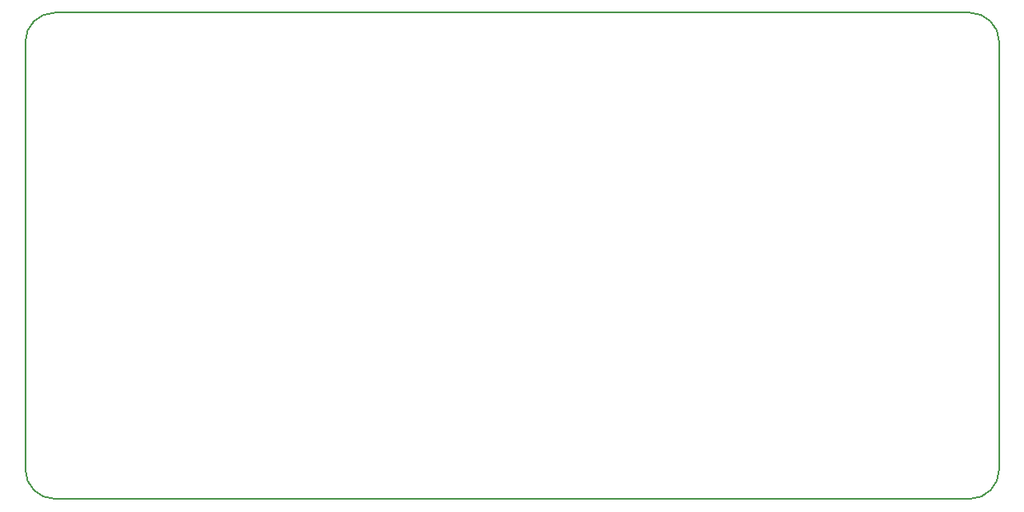
<source format=gm1>
%FSTAX43Y43*%
%MOMM*%
G71*
G01*
G75*
G04 Layer_Color=16711935*
%ADD10R,2.500X3.300*%
%ADD11R,1.500X1.900*%
%ADD12R,1.600X0.300*%
%ADD13R,3.400X9.700*%
%ADD14R,0.400X0.455*%
%ADD15R,1.050X1.100*%
%ADD16R,0.400X0.850*%
%ADD17C,1.500*%
%ADD18R,1.400X0.700*%
%ADD19R,3.800X4.500*%
%ADD20R,0.900X0.900*%
%ADD21R,1.700X1.700*%
%ADD22R,1.000X1.400*%
%ADD23R,1.700X1.700*%
%ADD24R,1.300X1.900*%
%ADD25R,0.650X1.600*%
%ADD26R,1.000X5.500*%
%ADD27R,1.600X3.000*%
%ADD28R,4.000X7.000*%
%ADD29R,0.300X0.800*%
%ADD30R,3.300X2.500*%
%ADD31R,1.000X1.500*%
%ADD32R,1.900X1.500*%
%ADD33R,3.000X2.500*%
%ADD34R,3.500X1.500*%
%ADD35R,0.900X1.200*%
%ADD36R,0.900X0.900*%
%ADD37R,0.455X0.400*%
%ADD38R,1.100X1.050*%
%ADD39R,0.850X0.400*%
%ADD40R,1.499X3.404*%
%ADD41R,0.600X0.600*%
%ADD42R,0.400X0.700*%
G04:AMPARAMS|DCode=43|XSize=2.51mm|YSize=2.55mm|CornerRadius=0.063mm|HoleSize=0mm|Usage=FLASHONLY|Rotation=270.000|XOffset=0mm|YOffset=0mm|HoleType=Round|Shape=RoundedRectangle|*
%AMROUNDEDRECTD43*
21,1,2.510,2.425,0,0,270.0*
21,1,2.385,2.550,0,0,270.0*
1,1,0.126,-1.212,-1.192*
1,1,0.126,-1.212,1.192*
1,1,0.126,1.212,1.192*
1,1,0.126,1.212,-1.192*
%
%ADD43ROUNDEDRECTD43*%
%ADD44R,0.753X3.600*%
%ADD45R,3.404X1.499*%
%ADD46R,0.700X0.400*%
G04:AMPARAMS|DCode=47|XSize=2.51mm|YSize=2.55mm|CornerRadius=0.063mm|HoleSize=0mm|Usage=FLASHONLY|Rotation=0.000|XOffset=0mm|YOffset=0mm|HoleType=Round|Shape=RoundedRectangle|*
%AMROUNDEDRECTD47*
21,1,2.510,2.425,0,0,0.0*
21,1,2.385,2.550,0,0,0.0*
1,1,0.126,1.192,-1.212*
1,1,0.126,-1.192,-1.212*
1,1,0.126,-1.192,1.212*
1,1,0.126,1.192,1.212*
%
%ADD47ROUNDEDRECTD47*%
%ADD48R,2.500X1.000*%
%ADD49R,1.400X1.000*%
%ADD50R,0.700X1.400*%
%ADD51R,4.500X3.800*%
%ADD52R,0.600X0.600*%
%ADD53R,4.700X1.250*%
%ADD54C,1.000*%
%ADD55C,0.600*%
%ADD56C,0.500*%
%ADD57C,0.300*%
%ADD58C,1.500*%
%ADD59C,0.900*%
%ADD60C,0.400*%
%ADD61C,1.700*%
%ADD62R,11.700X1.200*%
%ADD63R,4.000X11.800*%
%ADD64R,2.500X1.250*%
%ADD65R,2.500X7.100*%
%ADD66R,5.300X3.150*%
%ADD67R,6.100X1.000*%
%ADD68R,2.500X2.100*%
%ADD69R,13.900X1.900*%
%ADD70R,6.600X1.900*%
%ADD71R,3.200X8.500*%
%ADD72R,1.400X10.500*%
%ADD73R,3.300X1.500*%
%ADD74R,1.500X9.100*%
%ADD75R,1.100X3.875*%
%ADD76R,7.900X4.400*%
%ADD77R,3.200X0.600*%
%ADD78R,3.875X1.600*%
%ADD79R,15.400X1.900*%
%ADD80R,2.500X9.900*%
%ADD81R,3.400X4.200*%
%ADD82R,8.300X5.400*%
%ADD83R,24.000X2.700*%
%ADD84R,3.000X2.800*%
%ADD85R,2.900X11.200*%
%ADD86R,1.400X3.600*%
%ADD87R,4.200X1.450*%
%ADD88R,3.400X0.800*%
%ADD89R,1.000X9.300*%
%ADD90R,4.200X0.900*%
%ADD91R,3.400X5.700*%
%ADD92R,7.100X3.400*%
%ADD93R,4.400X8.250*%
%ADD94R,3.800X7.000*%
%ADD95R,4.400X13.600*%
%ADD96R,1.800X7.200*%
%ADD97R,5.100X10.400*%
%ADD98R,5.100X4.000*%
%ADD99R,7.200X5.500*%
%ADD100R,8.400X1.300*%
%ADD101R,6.100X3.100*%
%ADD102C,0.200*%
%ADD103R,2.000X2.000*%
%ADD104C,2.000*%
%ADD105C,0.500*%
%ADD106O,5.080X3.500*%
%ADD107O,3.000X4.000*%
%ADD108O,4.000X3.000*%
%ADD109C,0.700*%
%ADD110O,2.000X4.000*%
%ADD111C,1.700*%
%ADD112C,1.600*%
%ADD113R,1.600X1.600*%
%ADD114C,0.600*%
G04:AMPARAMS|DCode=115|XSize=14mm|YSize=4mm|CornerRadius=1mm|HoleSize=0mm|Usage=FLASHONLY|Rotation=0.000|XOffset=0mm|YOffset=0mm|HoleType=Round|Shape=RoundedRectangle|*
%AMROUNDEDRECTD115*
21,1,14.000,2.000,0,0,0.0*
21,1,12.000,4.000,0,0,0.0*
1,1,2.000,6.000,-1.000*
1,1,2.000,-6.000,-1.000*
1,1,2.000,-6.000,1.000*
1,1,2.000,6.000,1.000*
%
%ADD115ROUNDEDRECTD115*%
G04:AMPARAMS|DCode=116|XSize=14mm|YSize=4mm|CornerRadius=1mm|HoleSize=0mm|Usage=FLASHONLY|Rotation=270.000|XOffset=0mm|YOffset=0mm|HoleType=Round|Shape=RoundedRectangle|*
%AMROUNDEDRECTD116*
21,1,14.000,2.000,0,0,270.0*
21,1,12.000,4.000,0,0,270.0*
1,1,2.000,-1.000,-6.000*
1,1,2.000,-1.000,6.000*
1,1,2.000,1.000,6.000*
1,1,2.000,1.000,-6.000*
%
%ADD116ROUNDEDRECTD116*%
G04:AMPARAMS|DCode=117|XSize=8mm|YSize=8mm|CornerRadius=2mm|HoleSize=0mm|Usage=FLASHONLY|Rotation=270.000|XOffset=0mm|YOffset=0mm|HoleType=Round|Shape=RoundedRectangle|*
%AMROUNDEDRECTD117*
21,1,8.000,4.000,0,0,270.0*
21,1,4.000,8.000,0,0,270.0*
1,1,4.000,-2.000,-2.000*
1,1,4.000,-2.000,2.000*
1,1,4.000,2.000,2.000*
1,1,4.000,2.000,-2.000*
%
%ADD117ROUNDEDRECTD117*%
G04:AMPARAMS|DCode=118|XSize=9mm|YSize=4mm|CornerRadius=1mm|HoleSize=0mm|Usage=FLASHONLY|Rotation=270.000|XOffset=0mm|YOffset=0mm|HoleType=Round|Shape=RoundedRectangle|*
%AMROUNDEDRECTD118*
21,1,9.000,2.000,0,0,270.0*
21,1,7.000,4.000,0,0,270.0*
1,1,2.000,-1.000,-3.500*
1,1,2.000,-1.000,3.500*
1,1,2.000,1.000,3.500*
1,1,2.000,1.000,-3.500*
%
%ADD118ROUNDEDRECTD118*%
G04:AMPARAMS|DCode=119|XSize=3.5mm|YSize=5.5mm|CornerRadius=0.875mm|HoleSize=0mm|Usage=FLASHONLY|Rotation=270.000|XOffset=0mm|YOffset=0mm|HoleType=Round|Shape=RoundedRectangle|*
%AMROUNDEDRECTD119*
21,1,3.500,3.750,0,0,270.0*
21,1,1.750,5.500,0,0,270.0*
1,1,1.750,-1.875,-0.875*
1,1,1.750,-1.875,0.875*
1,1,1.750,1.875,0.875*
1,1,1.750,1.875,-0.875*
%
%ADD119ROUNDEDRECTD119*%
G04:AMPARAMS|DCode=120|XSize=3.5mm|YSize=3.5mm|CornerRadius=0.875mm|HoleSize=0mm|Usage=FLASHONLY|Rotation=270.000|XOffset=0mm|YOffset=0mm|HoleType=Round|Shape=RoundedRectangle|*
%AMROUNDEDRECTD120*
21,1,3.500,1.750,0,0,270.0*
21,1,1.750,3.500,0,0,270.0*
1,1,1.750,-0.875,-0.875*
1,1,1.750,-0.875,0.875*
1,1,1.750,0.875,0.875*
1,1,1.750,0.875,-0.875*
%
%ADD120ROUNDEDRECTD120*%
G04:AMPARAMS|DCode=121|XSize=6mm|YSize=5mm|CornerRadius=1.25mm|HoleSize=0mm|Usage=FLASHONLY|Rotation=270.000|XOffset=0mm|YOffset=0mm|HoleType=Round|Shape=RoundedRectangle|*
%AMROUNDEDRECTD121*
21,1,6.000,2.500,0,0,270.0*
21,1,3.500,5.000,0,0,270.0*
1,1,2.500,-1.250,-1.750*
1,1,2.500,-1.250,1.750*
1,1,2.500,1.250,1.750*
1,1,2.500,1.250,-1.750*
%
%ADD121ROUNDEDRECTD121*%
G04:AMPARAMS|DCode=122|XSize=6mm|YSize=7mm|CornerRadius=1.5mm|HoleSize=0mm|Usage=FLASHONLY|Rotation=270.000|XOffset=0mm|YOffset=0mm|HoleType=Round|Shape=RoundedRectangle|*
%AMROUNDEDRECTD122*
21,1,6.000,4.000,0,0,270.0*
21,1,3.000,7.000,0,0,270.0*
1,1,3.000,-2.000,-1.500*
1,1,3.000,-2.000,1.500*
1,1,3.000,2.000,1.500*
1,1,3.000,2.000,-1.500*
%
%ADD122ROUNDEDRECTD122*%
%ADD123C,2.000*%
%ADD124R,14.000X6.100*%
%ADD125C,0.100*%
%ADD126C,0.254*%
%ADD127C,0.152*%
%ADD128R,0.689X0.189*%
%ADD129R,2.703X3.503*%
%ADD130R,1.652X2.052*%
%ADD131C,1.703*%
%ADD132R,1.603X0.903*%
%ADD133R,4.003X4.703*%
%ADD134R,1.154X1.154*%
%ADD135R,1.903X1.903*%
%ADD136R,1.254X1.654*%
%ADD137R,1.903X1.903*%
%ADD138R,1.503X2.103*%
%ADD139R,0.853X1.803*%
%ADD140R,1.203X5.703*%
%ADD141R,1.803X3.203*%
%ADD142R,3.503X2.703*%
%ADD143R,1.254X1.754*%
%ADD144R,2.052X1.652*%
%ADD145R,3.703X1.703*%
%ADD146R,1.100X1.400*%
%ADD147R,1.154X1.154*%
%ADD148R,0.854X0.854*%
%ADD149R,0.603X0.903*%
G04:AMPARAMS|DCode=150|XSize=2.713mm|YSize=2.753mm|CornerRadius=0.164mm|HoleSize=0mm|Usage=FLASHONLY|Rotation=270.000|XOffset=0mm|YOffset=0mm|HoleType=Round|Shape=RoundedRectangle|*
%AMROUNDEDRECTD150*
21,1,2.713,2.425,0,0,270.0*
21,1,2.385,2.753,0,0,270.0*
1,1,0.329,-1.212,-1.192*
1,1,0.329,-1.212,1.192*
1,1,0.329,1.212,1.192*
1,1,0.329,1.212,-1.192*
%
%ADD150ROUNDEDRECTD150*%
%ADD151R,0.903X0.603*%
G04:AMPARAMS|DCode=152|XSize=2.713mm|YSize=2.753mm|CornerRadius=0.164mm|HoleSize=0mm|Usage=FLASHONLY|Rotation=0.000|XOffset=0mm|YOffset=0mm|HoleType=Round|Shape=RoundedRectangle|*
%AMROUNDEDRECTD152*
21,1,2.713,2.425,0,0,0.0*
21,1,2.385,2.753,0,0,0.0*
1,1,0.329,1.192,-1.212*
1,1,0.329,-1.192,-1.212*
1,1,0.329,-1.192,1.212*
1,1,0.329,1.192,1.212*
%
%ADD152ROUNDEDRECTD152*%
%ADD153R,2.703X1.203*%
%ADD154R,1.654X1.254*%
%ADD155R,0.903X1.603*%
%ADD156R,4.703X4.003*%
%ADD157R,0.854X0.854*%
%ADD158R,2.203X2.203*%
%ADD159C,2.203*%
%ADD160O,5.334X3.754*%
%ADD161O,3.200X4.200*%
%ADD162O,4.200X3.200*%
%ADD163C,0.903*%
%ADD164O,2.203X4.203*%
%ADD165C,0.703*%
%ADD166C,1.852*%
%ADD167R,1.852X1.852*%
%ADD168C,1.803*%
%ADD169R,1.803X1.803*%
G04:AMPARAMS|DCode=170|XSize=13.7mm|YSize=3.7mm|CornerRadius=0.85mm|HoleSize=0mm|Usage=FLASHONLY|Rotation=0.000|XOffset=0mm|YOffset=0mm|HoleType=Round|Shape=RoundedRectangle|*
%AMROUNDEDRECTD170*
21,1,13.700,2.000,0,0,0.0*
21,1,12.000,3.700,0,0,0.0*
1,1,1.700,6.000,-1.000*
1,1,1.700,-6.000,-1.000*
1,1,1.700,-6.000,1.000*
1,1,1.700,6.000,1.000*
%
%ADD170ROUNDEDRECTD170*%
G04:AMPARAMS|DCode=171|XSize=13.7mm|YSize=3.7mm|CornerRadius=0.85mm|HoleSize=0mm|Usage=FLASHONLY|Rotation=270.000|XOffset=0mm|YOffset=0mm|HoleType=Round|Shape=RoundedRectangle|*
%AMROUNDEDRECTD171*
21,1,13.700,2.000,0,0,270.0*
21,1,12.000,3.700,0,0,270.0*
1,1,1.700,-1.000,-6.000*
1,1,1.700,-1.000,6.000*
1,1,1.700,1.000,6.000*
1,1,1.700,1.000,-6.000*
%
%ADD171ROUNDEDRECTD171*%
G04:AMPARAMS|DCode=172|XSize=7.7mm|YSize=7.7mm|CornerRadius=1.85mm|HoleSize=0mm|Usage=FLASHONLY|Rotation=270.000|XOffset=0mm|YOffset=0mm|HoleType=Round|Shape=RoundedRectangle|*
%AMROUNDEDRECTD172*
21,1,7.700,4.000,0,0,270.0*
21,1,4.000,7.700,0,0,270.0*
1,1,3.700,-2.000,-2.000*
1,1,3.700,-2.000,2.000*
1,1,3.700,2.000,2.000*
1,1,3.700,2.000,-2.000*
%
%ADD172ROUNDEDRECTD172*%
G04:AMPARAMS|DCode=173|XSize=8.7mm|YSize=3.7mm|CornerRadius=0.85mm|HoleSize=0mm|Usage=FLASHONLY|Rotation=270.000|XOffset=0mm|YOffset=0mm|HoleType=Round|Shape=RoundedRectangle|*
%AMROUNDEDRECTD173*
21,1,8.700,2.000,0,0,270.0*
21,1,7.000,3.700,0,0,270.0*
1,1,1.700,-1.000,-3.500*
1,1,1.700,-1.000,3.500*
1,1,1.700,1.000,3.500*
1,1,1.700,1.000,-3.500*
%
%ADD173ROUNDEDRECTD173*%
G04:AMPARAMS|DCode=174|XSize=2.9mm|YSize=4.9mm|CornerRadius=0.575mm|HoleSize=0mm|Usage=FLASHONLY|Rotation=270.000|XOffset=0mm|YOffset=0mm|HoleType=Round|Shape=RoundedRectangle|*
%AMROUNDEDRECTD174*
21,1,2.900,3.750,0,0,270.0*
21,1,1.750,4.900,0,0,270.0*
1,1,1.150,-1.875,-0.875*
1,1,1.150,-1.875,0.875*
1,1,1.150,1.875,0.875*
1,1,1.150,1.875,-0.875*
%
%ADD174ROUNDEDRECTD174*%
G04:AMPARAMS|DCode=175|XSize=3mm|YSize=3mm|CornerRadius=0.625mm|HoleSize=0mm|Usage=FLASHONLY|Rotation=270.000|XOffset=0mm|YOffset=0mm|HoleType=Round|Shape=RoundedRectangle|*
%AMROUNDEDRECTD175*
21,1,3.000,1.750,0,0,270.0*
21,1,1.750,3.000,0,0,270.0*
1,1,1.250,-0.875,-0.875*
1,1,1.250,-0.875,0.875*
1,1,1.250,0.875,0.875*
1,1,1.250,0.875,-0.875*
%
%ADD175ROUNDEDRECTD175*%
G04:AMPARAMS|DCode=176|XSize=3.2mm|YSize=3.2mm|CornerRadius=0.725mm|HoleSize=0mm|Usage=FLASHONLY|Rotation=270.000|XOffset=0mm|YOffset=0mm|HoleType=Round|Shape=RoundedRectangle|*
%AMROUNDEDRECTD176*
21,1,3.200,1.750,0,0,270.0*
21,1,1.750,3.200,0,0,270.0*
1,1,1.450,-0.875,-0.875*
1,1,1.450,-0.875,0.875*
1,1,1.450,0.875,0.875*
1,1,1.450,0.875,-0.875*
%
%ADD176ROUNDEDRECTD176*%
G04:AMPARAMS|DCode=177|XSize=5.8mm|YSize=4.8mm|CornerRadius=1.15mm|HoleSize=0mm|Usage=FLASHONLY|Rotation=270.000|XOffset=0mm|YOffset=0mm|HoleType=Round|Shape=RoundedRectangle|*
%AMROUNDEDRECTD177*
21,1,5.800,2.500,0,0,270.0*
21,1,3.500,4.800,0,0,270.0*
1,1,2.300,-1.250,-1.750*
1,1,2.300,-1.250,1.750*
1,1,2.300,1.250,1.750*
1,1,2.300,1.250,-1.750*
%
%ADD177ROUNDEDRECTD177*%
G04:AMPARAMS|DCode=178|XSize=5mm|YSize=6mm|CornerRadius=1mm|HoleSize=0mm|Usage=FLASHONLY|Rotation=270.000|XOffset=0mm|YOffset=0mm|HoleType=Round|Shape=RoundedRectangle|*
%AMROUNDEDRECTD178*
21,1,5.000,4.000,0,0,270.0*
21,1,3.000,6.000,0,0,270.0*
1,1,2.000,-2.000,-1.500*
1,1,2.000,-2.000,1.500*
1,1,2.000,2.000,1.500*
1,1,2.000,2.000,-1.500*
%
%ADD178ROUNDEDRECTD178*%
D102*
X0313299Y0203571D02*
G03*
X0316299Y0206571I0J0003D01*
G01*
X0316299Y0250571D02*
G03*
X0313299Y0253571I-0003J0D01*
G01*
X0219299Y0253571D02*
G03*
X0216299Y0250571I0J-0003D01*
G01*
X0216299Y0206571D02*
G03*
X0219299Y0203571I0003J0D01*
G01*
X0219299Y0253571D02*
X0313299Y0253571D01*
X0316299Y0206571D02*
X0316299Y0250571D01*
X0219299Y0203571D02*
X0313299Y0203571D01*
X0216299Y0206571D02*
X0216299Y0250571D01*
X0313299Y0203571D02*
G03*
X0316299Y0206571I0J0003D01*
G01*
X0316299Y0250571D02*
G03*
X0313299Y0253571I-0003J0D01*
G01*
X0219299Y0253571D02*
G03*
X0216299Y0250571I0J-0003D01*
G01*
X0216299Y0206571D02*
G03*
X0219299Y0203571I0003J0D01*
G01*
X0219299Y0253571D02*
X0313299Y0253571D01*
X0316299Y0206571D02*
X0316299Y0250571D01*
X0219299Y0203571D02*
X0313299Y0203571D01*
X0216299Y0206571D02*
X0216299Y0250571D01*
M02*

</source>
